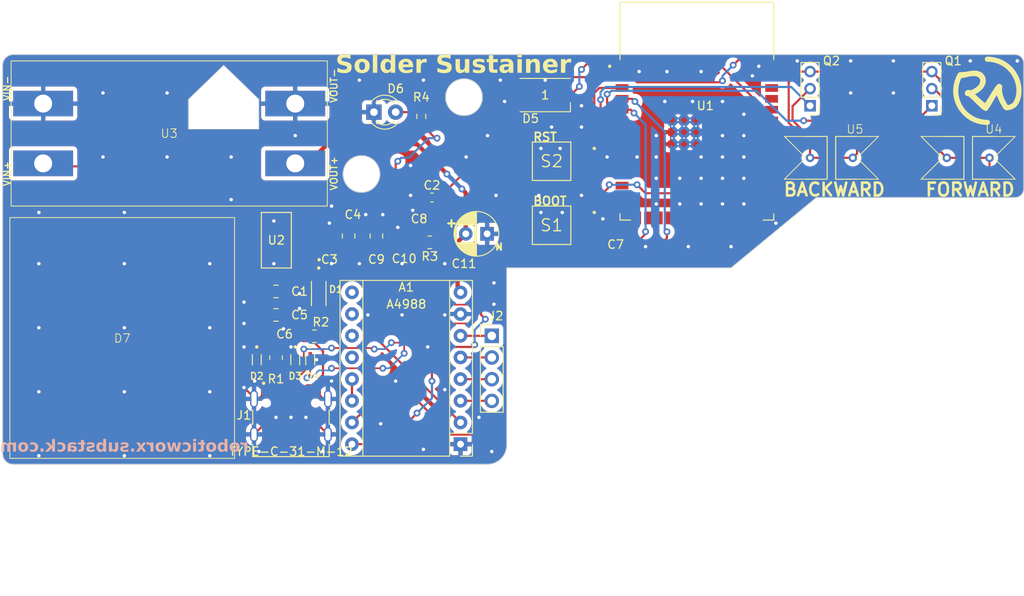
<source format=kicad_pcb>
(kicad_pcb (version 20221018) (generator pcbnew)
  (layers (0 "F.Cu" signal) (31 "B.Cu" signal) (34 "B.Paste" user) (35 "F.Paste" user) (36 "B.SilkS" user "B.Silkscreen") (37 "F.SilkS" user "F.Silkscreen") (38 "B.Mask" user) (39 "F.Mask" user) (44 "Edge.Cuts" user))
  (net 0 "")
  (net 1 "GND")
  (net 2 "VCC_5V")
  (net 3 "Net-(A1-1B)")
  (net 4 "Net-(A1-1A)")
  (net 5 "Net-(A1-2A)")
  (net 6 "Net-(A1-2B)")
  (net 7 "VMOT")
  (net 12 "Net-(A1-~{RESET})")
  (net 13 "STEP")
  (net 14 "DIR")
  (net 15 "CHIP_PU")
  (net 16 "ESP_3V3")
  (net 17 "GPIO0")
  (net 18 "Net-(D1-PadA)")
  (net 19 "D-")
  (net 20 "D+")
  (net 22 "SK6812")
  (net 23 "Net-(D6-A)")
  (net 24 "/CC1")
  (net 27 "/CC2")
  (net 28 "F_STATE")
  (net 29 "F_LOW")
  (net 30 "B_STATE")
  (net 31 "B_LOW")
  (footprint "Connector_PinHeader_2.00mm:PinHeader_1x03_P2.00mm_Vertical" (layer "F.Cu") (at 215.25 56.5 180)
    (fp_text reference "Q2")
    (fp_text value "2N2222" hide)
  )
  (footprint "Capacitor_SMD:C_0805_2012Metric_Pad1.18x1.45mm_HandSolder" (layer "F.Cu") (at 152.75 81)
    (fp_text reference "C5")
    (fp_text value "10uF/25V" hide)
  )
  (footprint "MyParts:RoboticWorx Logo 8x8mm" (layer "F.Cu") (at 236 54.75)
    (fp_text reference "G***" hide)
    (fp_text value "LOGO" hide)
  )
  (footprint "Capacitor_SMD:C_0603_1608Metric_Pad1.08x0.95mm_HandSolder" (layer "F.Cu") (at 171 67.25)
    (fp_text reference "C2")
    (fp_text value "1uF/16V" hide)
  )
  (footprint "MyParts:XCVR_ESP32-S3-WROOM-1-N16R2" (layer "F.Cu") (at 202 57.14)
    (fp_text reference "U1")
    (fp_text value "ESP32-S3-WROOM-1-N16R2" hide)
  )
  (footprint "LED_THT:LED_D3.0mm" (layer "F.Cu") (at 164.21 57.25)
    (fp_text reference "D6")
    (fp_text value "LED" hide)
  )
  (footprint "Connector_PinHeader_2.54mm:PinHeader_1x04_P2.54mm_Vertical" (layer "F.Cu") (at 178 83.45)
    (fp_text reference "J2")
    (fp_text value "Conn_01x04_Pin" hide)
  )
  (footprint "MyParts:Touch Sensor" (layer "F.Cu") (at 217.75 60.1)
    (fp_text reference "U5")
    (fp_text value "~" hide)
  )
  (footprint "Capacitor_SMD:C_0805_2012Metric_Pad1.18x1.45mm_HandSolder" (layer "F.Cu") (at 161.25 71.75 90)
    (fp_text reference "C4")
    (fp_text value "10uF/25V" hide)
  )
  (footprint "Capacitor_SMD:C_0201_0603Metric_Pad0.64x0.40mm_HandSolder" (layer "F.Cu") (at 158.75 72.75 90)
    (fp_text reference "C3")
    (fp_text value "0u1F/50V" hide)
  )
  (footprint "Capacitor_SMD:C_0201_0603Metric_Pad0.64x0.40mm_HandSolder" (layer "F.Cu") (at 171.5 69.75 180)
    (fp_text reference "C8")
    (fp_text value "0u1F/50V" hide)
  )
  (footprint "Capacitor_THT:CP_Radial_D5.0mm_P2.50mm" (layer "F.Cu") (at 177.455113 71.5 180)
    (fp_text reference "C11")
    (fp_text value "100µF")
  )
  (footprint "MyParts:AMS1117-3.3" (layer "F.Cu") (at 152.7875 72.25 180)
    (fp_text reference "U2")
    (fp_text value "AMS1117-3.3" hide)
  )
  (footprint "Resistor_SMD:R_0805_2012Metric_Pad1.20x1.40mm_HandSolder" (layer "F.Cu") (at 157.25 83.5)
    (fp_text reference "R2")
    (fp_text value "5k1" hide)
  )
  (footprint "Module:Pololu_Breakout-16_15.2x20.3mm" (layer "F.Cu") (at 174.34 96.14 180)
    (fp_text reference "A1")
    (fp_text value "Pololu_Breakout_A4988" hide)
  )
  (footprint "Connector_PinHeader_2.00mm:PinHeader_1x03_P2.00mm_Vertical" (layer "F.Cu") (at 229.5 56.5 180)
    (fp_text reference "Q1")
    (fp_text value "2N2222" hide)
  )
  (footprint "Capacitor_SMD:C_0201_0603Metric_Pad0.64x0.40mm_HandSolder" (layer "F.Cu") (at 191 72.0925 90)
    (fp_text reference "C7")
    (fp_text value "0u1F/50V" hide)
  )
  (footprint "MyParts:TVS_LESD5D5.0CT1G" (layer "F.Cu") (at 156.75 86.25 -90)
    (fp_text reference "D4")
    (fp_text value "LESD5D5.0CT1G")
  )
  (footprint "Resistor_SMD:R_0603_1608Metric_Pad0.98x0.95mm_HandSolder" (layer "F.Cu") (at 169.75 57.75 90)
    (fp_text reference "R4")
    (fp_text value "165" hide)
  )
  (footprint "MyParts:TVS_LESD5D5.0CT1G" (layer "F.Cu") (at 155 86.25 -90)
    (fp_text reference "D3")
    (fp_text value "LESD5D5.0CT1G")
  )
  (footprint "MyParts:SW_TL3305BF260QG" (layer "F.Cu") (at 185 63 180)
    (fp_text reference "S2")
    (fp_text value "TL3305BF260QG/RST" hide)
  )
  (footprint "Capacitor_SMD:C_0201_0603Metric_Pad0.64x0.40mm_HandSolder" (layer "F.Cu") (at 167 72.75 90)
    (fp_text reference "C10")
    (fp_text value "0u1F/50V" hide)
  )
  (footprint "MyParts:SW_TL3305BF260QG" (layer "F.Cu") (at 185 70.5 180)
    (fp_text reference "S1")
    (fp_text value "TL3305BF260QG/BOOT" hide)
  )
  (footprint "Capacitor_SMD:C_0201_0603Metric_Pad0.64x0.40mm_HandSolder" (layer "F.Cu") (at 152 83.25)
    (fp_text reference "C6")
    (fp_text value "0u1F/50V" hide)
  )
  (footprint "Capacitor_SMD:C_0805_2012Metric_Pad1.18x1.45mm_HandSolder" (layer "F.Cu") (at 152.75 78.25)
    (fp_text reference "C1")
    (fp_text value "10uF/25V" hide)
  )
  (footprint "MyParts:TVS_LESD5D5.0CT1G" (layer "F.Cu") (at 150.5 86.25 -90)
    (fp_text reference "D2")
    (fp_text value "LESD5D5.0CT1G")
  )
  (footprint "Capacitor_SMD:C_0805_2012Metric_Pad1.18x1.45mm_HandSolder" (layer "F.Cu") (at 164.5 71.75 90)
    (fp_text reference "C9")
    (fp_text value "10uF/25V" hide)
  )
  (footprint "MyParts:Outlet Rectifier" (layer "F.Cu") (at 134.75 83.7)
    (fp_text reference "D7")
    (fp_text value "Apple Block")
  )
  (footprint "Resistor_SMD:R_0805_2012Metric_Pad1.20x1.40mm_HandSolder" (layer "F.Cu") (at 152.75 86 90)
    (fp_text reference "R1")
    (fp_text value "5k1" hide)
  )
  (footprint "MyParts:HRO_TYPE-C-31-M-12" (layer "F.Cu") (at 154.5 95)
    (fp_text reference "J1")
    (fp_text value "TYPE-C-31-M-12")
  )
  (footprint "Resistor_SMD:R_0805_2012Metric_Pad1.20x1.40mm_HandSolder" (layer "F.Cu") (at 170.75 72.5 180)
    (fp_text reference "R3")
    (fp_text value "10k" hide)
  )
  (footprint "MyParts:SOD3715X145N" (layer "F.Cu") (at 157.75 78.5 -90)
    (fp_text reference "D1")
    (fp_text value "1N5819HW-7-F" hide)
  )
  (footprint "MyParts:Touch Sensor" (layer "F.Cu") (at 233.75 60.1)
    (fp_text reference "U4")
    (fp_text value "~" hide)
  )
  (footprint "LED_SMD:LED_SK6812MINI_PLCC4_3.5x3.5mm_P1.75mm" (layer "F.Cu") (at 184.25 55.25)
    (fp_text reference "D5")
    (fp_text value "SK6812MINI" hide)
  )
  (footprint "MyParts:MT3608 Breakout" (layer "F.Cu") (at 140.25 59.75 90)
    (fp_text reference "U3")
    (fp_text value "MT3608")
    (fp_line (start 0.5 2.25) (end 4 2.25) (stroke (width 0.05)) (layer "Edge.Cuts"))
    (fp_line (start 0.5 10.5) (end 0.5 2.25) (stroke (width 0.05)) (layer "Edge.Cuts"))
    (fp_line (start 0.5 10.5) (end 4 10.5) (stroke (width 0.05)) (layer "Edge.Cuts"))
    (fp_line (start 4 2.25) (end 8 6.375) (stroke (width 0.05)) (layer "Edge.Cuts"))
    (fp_line (start 8 6.375) (end 4 10.5) (stroke (width 0.05)) (layer "Edge.Cuts"))
  )
  (gr_line (start 216 67.25) (end 206 75.5) (stroke (width 0.1)) (layer "Edge.Cuts"))
  (gr_arc (start 120.75 51.75) (mid 121.116117 50.866117) (end 122 50.5) (stroke (width 0.1)) (layer "Edge.Cuts"))
  (gr_line (start 239.25 67.25) (end 216 67.25) (stroke (width 0.1)) (layer "Edge.Cuts"))
  (gr_line (start 179.75 75.5) (end 206 75.5) (stroke (width 0.1)) (layer "Edge.Cuts"))
  (gr_arc (start 239.25 50.5) (mid 239.957107 50.792893) (end 240.25 51.5) (stroke (width 0.1)) (layer "Edge.Cuts"))
  (gr_circle (center 162.75 64.5) (end 164.9 64.5) (stroke (width 0.1)) (fill none) (layer "Edge.Cuts"))
  (gr_arc (start 240.25 66.25) (mid 239.957107 66.957107) (end 239.25 67.25) (stroke (width 0.1)) (layer "Edge.Cuts"))
  (gr_line (start 179.75 96.25) (end 179.75 75.5) (stroke (width 0.1)) (layer "Edge.Cuts"))
  (gr_line (start 240.25 66.25) (end 240.25 51.5) (stroke (width 0.1)) (layer "Edge.Cuts"))
  (gr_arc (start 122 98.5) (mid 121.116116 98.133884) (end 120.75 97.25) (stroke (width 0.1)) (layer "Edge.Cuts"))
  (gr_arc (start 179.75 96.25) (mid 179.09099 97.84099) (end 177.5 98.5) (stroke (width 0.1)) (layer "Edge.Cuts"))
  (gr_line (start 122 98.5) (end 177.5 98.5) (stroke (width 0.1)) (layer "Edge.Cuts"))
  (gr_line (start 239.25 50.5) (end 122 50.5) (stroke (width 0.1)) (layer "Edge.Cuts"))
  (gr_circle (center 174.75 55.5) (end 176.9 55.5) (stroke (width 0.1)) (fill none) (layer "Edge.Cuts"))
  (gr_line (start 120.75 51.75) (end 120.75 97.25) (stroke (width 0.1)) (layer "Edge.Cuts"))
  (gr_text "roboticworx.substack.com" (at 135 97.25) (layer "B.SilkS") (effects (font (size 1.4 1.4) (thickness 0.35) bold) (justify bottom mirror)))
  (gr_text "RST" (at 182.75 60.75) (layer "F.SilkS") (effects (font (size 1 1) (thickness 0.2) bold) (justify left bottom)))
  (gr_text "BOOT" (at 182.75 68.25) (layer "F.SilkS") (effects (font (size 1 1) (thickness 0.2) bold) (justify left bottom)))
  (gr_text "BACKWARD" (at 212 67.2) (layer "F.SilkS") (effects (font (size 1.5 1.5) (thickness 0.3) bold) (justify left bottom)))
  (gr_text "Solder Sustainer" (at 173.5 53) (layer "F.SilkS") (effects (font (size 2.1 2.1) (thickness 0.42) bold) (justify bottom)))
  (gr_text "+" (at 172.5 70.8) (layer "F.SilkS") (effects (font (size 1 1) (thickness 0.25) bold) (justify left bottom)))
  (gr_text "FORWARD" (at 228.6 67.2) (layer "F.SilkS") (effects (font (size 1.5 1.5) (thickness 0.3) bold) (justify left bottom)))
  (gr_text "A4988" (at 168 79.75) (layer "F.SilkS") (effects (font (size 1 1))))
  (gr_text "N" (at 178.3 73.5) (layer "F.SilkS") (effects (font (size 0.8 0.8) (thickness 0.2) bold) (justify left bottom)))
  (segment (start 158.75 72.3425) (end 158.75 70.5) (width 0.25) (layer "F.Cu") (net 1))
  (segment (start 172.5 81) (end 174.24 81) (width 0.25) (layer "F.Cu") (net 1))
  (segment (start 153.75 84.75) (end 153.5 85) (width 0.25) (layer "F.Cu") (net 1))
  (segment (start 158.825 89.175) (end 158.825 90.83) (width 0.25) (layer "F.Cu") (net 1))
  (segment (start 154.5 84.75) (end 155 85.25) (width 0.25) (layer "F.Cu") (net 1))
  (segment (start 163.25 69.25) (end 161.7875 70.7125) (width 0.25) (layer "F.Cu") (net 1))
  (segment (start 154.5 84.75) (end 153.75 84.75) (width 0.25) (layer "F.Cu") (net 1))
  (segment (start 170.1375 67.25) (end 168.75 67.25) (width 0.25) (layer "F.Cu") (net 1))
  (segment (start 169.5 69.75) (end 168.75 68.75) (width 0.25) (layer "F.Cu") (net 1))
  (segment (start 155 85.25) (end 155 85.59) (width 0.25) (layer "F.Cu") (net 1))
  (segment (start 158.79 74.54) (end 156.1325 74.54) (width 0.25) (layer "F.Cu") (net 1))
  (segment (start 161.7875 70.7125) (end 161.25 70.7125) (width 0.25) (layer "F.Cu") (net 1))
  (segment (start 153 83.25) (end 152.4075 83.25) (width 0.25) (layer "F.Cu") (net 1))
  (segment (start 156.825 93) (end 156.25 93) (width 0.25) (layer "F.Cu") (net 1))
  (segment (start 174.24 81) (end 174.34 80.9) (width 0.25) (layer "F.Cu") (net 1))
  (segment (start 154.75 81) (end 155.5 80.25) (width 0.25) (layer "F.Cu") (net 1))
  (segment (start 179.5 56) (end 179.625 56.125) (width 0.25) (layer "F.Cu") (net 1))
  (segment (start 168.75 68.75) (end 168.75 69) (width 0.25) (layer "F.Cu") (net 1))
  (segment (start 151.3 90.25) (end 151.3 89.8) (width 0.25) (layer "F.Cu") (net 1))
  (segment (start 153.7875 81) (end 154.75 81) (width 0.25) (layer "F.Cu") (net 1))
  (segment (start 158.825 95) (end 156.825 93) (width 0.25) (layer "F.Cu") (net 1))
  (segment (start 158.825 95) (end 150.175 95) (width 0.25) (layer "F.Cu") (net 1))
  (segment (start 151.3 89.8) (end 150.25 88.75) (width 0.25) (layer "F.Cu") (net 1))
  (segment (start 158.825 95) (end 158.825 90.83) (width 0.25) (layer "F.Cu") (net 1))
  (segment (start 163.25 69.25) (end 163 69.25) (width 0.25) (layer "F.Cu") (net 1))
  (segment (start 150.175 90.675) (end 149 89.5) (width 0.25) (layer "F.Cu") (net 1))
  (segment (start 188.6 69) (end 181.4 69) (width 0.25) (layer "F.Cu") (net 1))
  (segment (start 152.175 93) (end 152.75 93) (width 0.25) (layer "F.Cu") (net 1))
  (segment (start 149 84.75) (end 149.66 84.75) (width 0.25) (layer "F.Cu") (net 1))
  (segment (start 150.175 95) (end 152.175 93) (width 0.25) (layer "F.Cu") (net 1))
  (segment (start 164.5 70.7125) (end 164.5 70) (width 0.25) (layer "F.Cu") (net 1))
  (segment (start 156.75 85.59) (end 156.84 85.59) (width 0.25) (layer "F.Cu") (net 1))
  (segment (start 186 61.5) (end 188.6 61.5) (width 0.25) (layer "F.Cu") (net 1))
  (segment (start 158.28 90.83) (end 157.7 90.25) (width 0.25) (layer "F.Cu") (net 1))
  (segment (start 158.825 90.83) (end 158.28 90.83) (width 0.25) (layer "F.Cu") (net 1))
  (segment (start 159.25 88.75) (end 158.825 89.175) (width 0.25) (layer "F.Cu") (net 1))
  (segment (start 156.84 85.59) (end 157.5 86.25) (width 0.25) (layer "F.Cu") (net 1))
  (segment (start 155.25 78.25) (end 155.5 78.5) (width 0.25) (layer "F.Cu") (net 1))
  (segment (start 171.0925 69.75) (end 169.5 69.75) (width 0.25) (layer "F.Cu") (net 1))
  (segment (start 158.75 70.5) (end 159 70.25) (width 0.25) (layer "F.Cu") (net 1))
  (segment (start 167 72.3425) (end 167 70.75) (width 0.25) (layer "F.Cu") (net 1))
  (segment (start 183.75 61.5) (end 181.4 61.5) (width 0.25) (layer "F.Cu") (net 1))
  (segment (start 168.75 67.25) (end 168.5 67) (width 0.25) (layer "F.Cu") (net 1))
  (segment (start 159.25 75) (end 158.79 74.54) (width 0.25) (layer "F.Cu") (net 1))
  (segment (start 150.72 90.83) (end 151.3 90.25) (width 0.25) (layer "F.Cu") (net 1))
  (segment (start 153.7875 78.25) (end 155.25 78.25) (width 0.25) (layer "F.Cu") (net 1))
  (segment (start 209.25 51.88) (end 210.75 51.88) (width 0.25) (layer "F.Cu") (net 1))
  (segment (start 150.175 95) (end 150.175 90.83) (width 0.25) (layer "F.Cu") (net 1))
  (segment (start 181.4 61.5) (end 188.6 61.5) (width 0.25) (layer "F.Cu") (net 1))
  (segment (start 153.625 82.625) (end 153 83.25) (width 0.25) (layer "F.Cu") (net 1))
  (segment (start 149.66 84.75) (end 150.5 85.59) (width 0.25) (layer "F.Cu") (net 1))
  (segment (start 150.175 90.83) (end 150.175 90.675) (width 0.25) (layer "F.Cu") (net 1))
  (segment (start 153.5 85) (end 152.75 85) (width 0.25) (layer "F.Cu") (net 1))
  (segment (start 150.175 90.83) (end 150.72 90.83) (width 0.25) (layer "F.Cu") (net 1))
  (segment (start 195.25 52.5) (end 194.63 51.88) (width 0.25) (layer "F.Cu") (net 1))
  (segment (start 179.625 56.125) (end 182.5 56.125) (width 0.25) (layer "F.Cu") (net 1))
  (segment (start 194.63 51.88) (end 193.25 51.88) (width 0.25) (layer "F.Cu") (net 1))
  (segment (start 164.5 70) (end 165.25 69.25) (width 0.25) (layer "F.Cu") (net 1))
  (segment (start 191 71.685) (end 191 69.75) (width 0.25) (layer "F.Cu") (net 1))
  (via (at 150.75 97) (size 0.8) (drill 0.4) (layers "F.Cu" "B.Cu") (net 1))
  (via (at 188.5 59) (size 0.8) (drill 0.4) (layers "F.Cu" "B.Cu") (net 1))
  (via (at 162.5 53.5) (size 0.8) (drill 0.4) (layers "F.Cu" "B.Cu") (net 1))
  (via (at 165 93.75) (size 0.8) (drill 0.4) (layers "F.Cu" "B.Cu") (net 1))
  (via (at 135 69) (size 0.8) (drill 0.4) (layers "F.Cu" "B.Cu") (net 1))
  (via (at 152.5 70) (size 0.8) (drill 0.4) (layers "F.Cu" "B.Cu") (net 1))
  (via (at 168.5 67) (size 0.8) (drill 0.4) (layers "F.Cu" "B.Cu") (net 1))
  (via (at 149 79.5) (size 0.8) (drill 0.4) (layers "F.Cu" "B.Cu") (net 1))
  (via (at 202.5 52.5) (size 0.8) (drill 0.4) (layers "F.Cu" "B.Cu") (net 1))
  (via (at 186.25 69) (size 0.8) (drill 0.4) (layers "F.Cu" "B.Cu") (net 1))
  (via (at 172.5 81) (size 0.8) (drill 0.4) (layers "F.Cu" "B.Cu") (net 1))
  (via (at 156.25 93) (size 0.8) (drill 0.4) (layers "F.Cu" "B.Cu") (net 1))
  (via (at 220 51.25) (size 0.8) (drill 0.4) (layers "F.Cu" "B.Cu") (net 1))
  (via (at 135 75) (size 0.8) (drill 0.4) (layers "F.Cu" "B.Cu") (net 1))
  (via (at 211.25 70.25) (size 0.8) (drill 0.4) (layers "F.Cu" "B.Cu") (net 1))
  (via (at 179 53.5) (size 0.8) (drill 0.4) (layers "F.Cu" "B.Cu") (net 1))
  (via (at 154.5 93) (size 0.8) (drill 0.4) (layers "F.Cu" "B.Cu") (net 1))
  (via (at 149 89.5) (size 0.8) (drill 0.4) (layers "F.Cu" "B.Cu") (net 1))
  (via (at 159.25 88.75) (size 0.8) (drill 0.4) (layers "F.Cu" "B.Cu") (net 1))
  (via (at 207.5 57.5) (size 0.8) (drill 0.4) (layers "F.Cu" "B.Cu") (net 1))
  (via (at 225 55) (size 0.8) (drill 0.4) (layers "F.Cu" "B.Cu") (net 1))
  (via (at 178.25 79.75) (size 0.8) (drill 0.4) (layers "F.Cu" "B.Cu") (net 1))
  (via (at 125 75) (size 0.8) (drill 0.4) (layers "F.Cu" "B.Cu") (net 1))
  (via (at 186 61.5) (size 0.8) (drill 0.4) (layers "F.Cu" "B.Cu") (net 1))
  (via (at 185 59) (size 0.8) (drill 0.4) (layers "F.Cu" "B.Cu") (net 1))
  (via (at 177.5 60) (size 0.8) (drill 0.4) (layers "F.Cu" "B.Cu") (net 1))
  (via (at 168.5 63.5) (size 0.8) (drill 0.4) (layers "F.Cu" "B.Cu") (net 1))
  (via (at 183.5 67) (size 0.8) (drill 0.4) (layers "F.Cu" "B.Cu") (net 1))
  (via (at 149 82) (size 0.8) (drill 0.4) (layers "F.Cu" "B.Cu") (net 1))
  (via (at 198.5 52.5) (size 0.8) (drill 0.4) (layers "F.Cu" "B.Cu") (net 1))
  (via (at 166.75 88.75) (size 0.8) (drill 0.4) (layers "F.Cu" "B.Cu") (net 1))
  (via (at 152.75 93) (size 0.8) (drill 0.4) (layers "F.Cu" "B.Cu") (net 1))
  (via (at 167 70.75) (size 0.8) (drill 0.4) (layers "F.Cu" "B.Cu") (net 1))
  (via (at 147.5 62.5) (size 0.8) (drill 0.4) (layers "F.Cu" "B.Cu") (net 1))
  (via (at 239.5 51.25) (size 0.8) (drill 0.4) (layers "F.Cu" "B.Cu") (net 1))
  (via (at 159 70.25) (size 0.8) (drill 0.4) (layers "F.Cu" "B.Cu") (net 1))
  (via (at 163.5 81) (size 0.8) (drill 0.4) (layers "F.Cu" "B.Cu") (net 1))
  (via (at 197.25 68) (size 0.8) (drill 0.4) (layers "F.Cu" "B.Cu") (net 1))
  (via (at 125 97.5) (size 0.8) (drill 0.4) (layers "F.Cu" "B.Cu") (net 1))
  (via (at 200 65) (size 0.8) (drill 0.4) (layers "F.Cu" "B.Cu") (net 1))
  (via (at 202.5 65) (size 0.8) (drill 0.4) (layers "F.Cu" "B.Cu") (net 1))
  (via (at 201 73) (size 0.8) (drill 0.4) (layers "F.Cu" "B.Cu") (net 1))
  (via (at 209.25 51.88) (size 0.8) (drill 0.4) (layers "F.Cu" "B.Cu") (net 1))
  (via (at 135 97.5) (size 0.8) (drill 0.4) (layers "F.Cu" "B.Cu") (net 1))
  (via (at 170 96.75) (size 0.8) (drill 0.4) (layers "F.Cu" "B.Cu") (net 1))
  (via (at 168.75 68.75) (size 0.8) (drill 0.4) (layers "F.Cu" "B.Cu") (net 1))
  (via (at 207.5 65) (size 0.8) (drill 0.4) (layers "F.Cu" "B.Cu") (net 1))
  (via (at 145 82.5) (size 0.8) (drill 0.4) (layers "F.Cu" "B.Cu") (net 1))
  (via (at 170 53.5) (size 0.8) (drill 0.4) (layers "F.Cu" "B.Cu") (net 1))
  (via (at 154.5 84.75) (size 0.8) (drill 0.4) (layers "F.Cu" "B.Cu") (net 1))
  (via (at 159.25 75) (size 0.8) (drill 0.4) (layers "F.Cu" "B.Cu") (net 1))
  (via (at 197.25 60) (size 0.8) (drill 0.4) (layers "F.Cu" "B.Cu") (net 1))
  (via (at 145 75) (size 0.8) (drill 0.4) (layers "F.Cu" "B.Cu") (net 1))
  (via (at 175 62.5) (size 0.8) (drill 0.4) (layers "F.Cu" "B.Cu") (net 1))
  (via (at 220 55) (size 0.8) (drill 0.4) (layers "F.Cu" "B.Cu") (net 1))
  (via (at 225 51.25) (size 0.8) (drill 0.4) (layers "F.Cu" "B.Cu") (net 1))
  (via (at 163.25 69.25) (size 0.8) (drill 0.4) (layers "F.Cu" "B.Cu") (net 1))
  (via (at 207.5 62.5) (size 0.8) (drill 0.4) (layers "F.Cu" "B.Cu") (net 1))
  (via (at 178.25 77.25) (size 0.8) (drill 0.4) (layers "F.Cu" "B.Cu") (net 1))
  (via (at 195 62.5) (size 0.8) (drill 0.4) (layers "F.Cu" "B.Cu") (net 1))
  (via (at 135 90) (size 0.8) (drill 0.4) (layers "F.Cu" "B.Cu") (net 1))
  (via (at 183.75 61.5) (size 0.8) (drill 0.4) (layers "F.Cu" "B.Cu") (net 1))
  (via (at 125 90) (size 0.8) (drill 0.4) (layers "F.Cu" "B.Cu") (net 1))
  (via (at 152.5 75) (size 0.8) (drill 0.4) (layers "F.Cu" "B.Cu") (net 1))
  (via (at 155 60) (size 0.8) (drill 0.4) (layers "F.Cu" "B.Cu") (net 1))
  (via (at 159.25 68.25) (size 0.8) (drill 0.4) (layers "F.Cu" "B.Cu") (net 1))
  (via (at 234 51.25) (size 0.8) (drill 0.4) (layers "F.Cu" "B.Cu") (net 1))
  (via (at 178.5 67) (size 0.8) (drill 0.4) (layers "F.Cu" "B.Cu") (net 1))
  (via (at 167.5 75) (size 0.8) (drill 0.4) (layers "F.Cu" "B.Cu") (net 1))
  (via (at 191 69.75) (size 0.8) (drill 0.4) (layers "F.Cu" "B.Cu") (net 1))
  (via (at 198.25 56) (size 0.8) (drill 0.4) (layers "F.Cu" "B.Cu") (net 1))
  (via (at 132.5 62.5) (size 0.8) (drill 0.4) (layers "F.Cu" "B.Cu") (net 1))
  (via (at 140 55) (size 0.8) (drill 0.4) (layers "F.Cu" "B.Cu") (net 1))
  (via (at 205 56) (size 0.8) (drill 0.4) (layers "F.Cu" "B.Cu") (net 1))
  (via (at 188.5 67) (size 0.8) (drill 0.4) (layers "F.Cu" "B.Cu") (net 1))
  (via (at 125 69) (size 0.8) (drill 0.4) (layers "F.Cu" "B.Cu") (net 1))
  (via (at 149 84.75) (size 0.8) (drill 0.4) (layers "F.Cu" "B.Cu") (net 1))
  (via (at 202.5 68) (size 0.8) (drill 0.4) (layers "F.Cu" "B.Cu") (net 1))
  (via (at 200 68) (size 0.8) (drill 0.4) (layers "F.Cu" "B.Cu") (net 1))
  (via (at 145 97.5) (size 0.8) (drill 0.4) (layers "F.Cu" "B.Cu") (net 1))
  (via (at 202.5 62.5) (size 0.8) (drill 0.4) (layers "F.Cu" "B.Cu") (net 1))
  (via (at 207.5 68) (size 0.8) (drill 0.4) (layers "F.Cu" "B.Cu") (net 1))
  (via (at 201.5 56) (size 0.8) (drill 0.4) (layers "F.Cu" "B.Cu") (net 1))
  (via (at 197.25 65) (size 0.8) (drill 0.4) (layers "F.Cu" "B.Cu") (net 1))
  (via (at 132.5 55) (size 0.8) (drill 0.4) (layers "F.Cu" "B.Cu") (net 1))
  (via (at 176.5 93) (size 0.8) (drill 0.4) (layers "F.Cu" "B.Cu") (net 1))
  (via (at 197.25 62.5) (size 0.8) (drill 0.4) (layers "F.Cu" "B.Cu") (net 1))
  (via (at 208.5 53) (size 0.8) (drill 0.4) (layers "F.Cu" "B.Cu") (net 1))
  (via (at 195.25 52.5) (size 0.8) (drill 0.4) (layers "F.Cu" "B.Cu") (net 1))
  (via (at 178 97) (size 0.8) (drill 0.4) (layers "F.Cu" "B.Cu") (net 1))
  (via (at 205 65) (size 0.8) (drill 0.4) (layers "F.Cu" "B.Cu") (net 1))
  (via (at 179.5 56) (size 0.8) (drill 0.4) (layers "F.Cu" "B.Cu") (net 1))
  (via (at 183.75 69) (size 0.8) (drill 0.4) (layers "F.Cu" "B.Cu") (net 1))
  (via (at 213.75 51.25) (size 0.8) (drill 0.4) (layers "F.Cu" "B.Cu") (net 1))
  (via (at 157.5 86.25) (size 0.8) (drill 0.4) (layers "F.Cu" "B.Cu") (net 1))
  (via (at 188.5 56.5) (size 0.8) (drill 0.4) (layers "F.Cu" "B.Cu") (net 1))
  (via (at 184.25 53.5) (size 0.8) (drill 0.4) (layers "F.Cu" "B.Cu") (net 1))
  (via (at 140 62.5) (size 0.8) (drill 0.4) (layers "F.Cu" "B.Cu") (net 1))
  (via (at 147.5 67.5) (size 0.8) (drill 0.4) (layers "F.Cu" "B.Cu") (net 1))
  (via (at 155.5 80.25) (size 0.8) (drill 0.4) (layers "F.Cu" "B.Cu") (net 1))
  (via (at 205 60) (size 0.8) (drill 0.4) (layers "F.Cu" "B.Cu") (net 1))
  (via (at 162.5 75) (size 0.8) (drill 0.4) (layers "F.Cu" "B.Cu") (net 1))
  (via (at 206 73) (size 0.8) (drill 0.4) (layers "F.Cu" "B.Cu") (net 1))
  (via (at 145 90) (size 0.8) (drill 0.4) (layers "F.Cu" "B.Cu") (net 1))
  (via (at 196 73) (size 0.8) (drill 0.4) (layers "F.Cu" "B.Cu") (net 1))
  (via (at 155.5 78.5) (size 0.8) (drill 0.4) (layers "F.Cu" "B.Cu") (net 1))
  (via (at 205 62.5) (size 0.8) (drill 0.4) (layers "F.Cu" "B.Cu") (net 1))
  (via (at 172.5 89.75) (size 0.8) (drill 0.4) (layers "F.Cu" "B.Cu") (net 1))
  (via (at 170.5 84.75) (size 0.8) (drill 0.4) (layers "F.Cu" "B.Cu") (net 1))
  (via (at 125 82.5) (size 0.8) (drill 0.4) (layers "F.Cu" "B.Cu") (net 1))
  (via (at 135 82.5) (size 0.8) (drill 0.4) (layers "F.Cu" "B.Cu") (net 1))
  (via (at 153.625 82.625) (size 0.8) (drill 0.4) (layers "F.Cu" "B.Cu") (net 1))
  (via (at 172.5 75) (size 0.8) (drill 0.4) (layers "F.Cu" "B.Cu") (net 1))
  (via (at 207.5 60) (size 0.8) (drill 0.4) (layers "F.Cu" "B.Cu") (net 1))
  (via (at 205 68) (size 0.8) (drill 0.4) (layers "F.Cu" "B.Cu") (net 1))
  (via (at 191.5 62.5) (size 0.8) (drill 0.4) (layers "F.Cu" "B.Cu") (net 1))
  (via (at 167.5 81) (size 0.8) (drill 0.4) (layers "F.Cu" "B.Cu") (net 1))
  (via (at 165.25 69.25) (size 0.8) (drill 0.4) (layers "F.Cu" "B.Cu") (net 1))
  (via (at 150.25 88.75) (size 0.8) (drill 0.4) (layers "F.Cu" "B.Cu") (net 1))
  (via (at 158.25 97) (size 0.8) (drill 0.4) (layers "F.Cu" "B.Cu") (net 1))
  (segment (start 164.75 78.25) (end 163 76.5) (width 0.25) (layer "F.Cu") (net 2))
  (segment (start 153.1425 76.82) (end 157.75 76.82) (width 0.25) (layer "F.Cu") (net 2))
  (segment (start 163 76.5) (end 158.07 76.5) (width 0.25) (layer "F.Cu") (net 2))
  (segment (start 125.5 63.25) (end 125.85 63.6) (width 0.25) (layer "F.Cu") (net 2))
  (segment (start 125.85 63.6) (end 135.6 63.6) (width 0.25) (layer "F.Cu") (net 2))
  (segment (start 150.25 78.25) (end 151.7125 78.25) (width 0.25) (layer "F.Cu") (net 2))
  (segment (start 154.75 75.2125) (end 152.98125 76.98125) (width 0.25) (layer "F.Cu") (net 2))
  (segment (start 154.75 71.3425) (end 154.75 75.2125) (width 0.25) (layer "F.Cu") (net 2))
  (segment (start 158.07 76.5) (end 157.75 76.82) (width 0.25) (layer "F.Cu") (net 2))
  (segment (start 135.6 63.6) (end 150.25 78.25) (width 0.25) (layer "F.Cu") (net 2))
  (segment (start 151.7125 78.25) (end 152.98125 76.98125) (width 0.25) (layer "F.Cu") (net 2))
  (segment (start 152.98125 76.98125) (end 153.1425 76.82) (width 0.25) (layer "F.Cu") (net 2))
  (segment (start 151.7125 81) (end 151.7125 78.25) (width 0.25) (layer "F.Cu") (net 2))
  (segment (start 164.75 84.01) (end 164.75 78.25) (width 0.25) (layer "F.Cu") (net 2))
  (segment (start 174.34 93.6) (end 164.75 84.01) (width 0.25) (layer "F.Cu") (net 2))
  (segment (start 156.1325 69.96) (end 154.75 71.3425) (width 0.25) (layer "F.Cu") (net 2))
  (segment (start 151.5925 83.25) (end 151.5925 81.12) (width 0.25) (layer "F.Cu") (net 2))
  (segment (start 151.5925 81.12) (end 151.7125 81) (width 0.25) (layer "F.Cu") (net 2))
  (segment (start 174.34 91.06) (end 177.99 91.06) (width 0.25) (layer "F.Cu") (net 3))
  (segment (start 177.99 91.06) (end 178 91.07) (width 0.25) (layer "F.Cu") (net 3))
  (segment (start 178 88.53) (end 174.35 88.53) (width 0.25) (layer "F.Cu") (net 4))
  (segment (start 174.35 88.53) (end 174.34 88.52) (width 0.25) (layer "F.Cu") (net 4))
  (segment (start 177.99 85.98) (end 178 85.99) (width 0.25) (layer "F.Cu") (net 5))
  (segment (start 174.34 85.98) (end 177.99 85.98) (width 0.25) (layer "F.Cu") (net 5))
  (segment (start 174.35 83.45) (end 174.34 83.44) (width 0.25) (layer "F.Cu") (net 6))
  (segment (start 178 83.45) (end 174.35 83.45) (width 0.25) (layer "F.Cu") (net 6))
  (segment (start 156.5 63.25) (end 155 63.25) (width 0.5) (layer "F.Cu") (net 7))
  (segment (start 174.955113 71.5) (end 174.955113 66.705113) (width 0.5) (layer "F.Cu") (net 7))
  (segment (start 158.75 61) (end 156.5 63.25) (width 0.5) (layer "F.Cu") (net 7))
  (segment (start 172.75 64.5) (end 169.25 61) (width 0.5) (layer "F.Cu") (net 7))
  (segment (start 174.955113 71.5) (end 174 72.455113) (width 0.5) (layer "F.Cu") (net 7))
  (segment (start 169.25 61) (end 158.75 61) (width 0.5) (layer "F.Cu") (net 7))
  (segment (start 174.955113 66.705113) (end 174.5 66.25) (width 0.5) (layer "F.Cu") (net 7))
  (segment (start 174 78.02) (end 174.34 78.36) (width 0.5) (layer "F.Cu") (net 7))
  (segment (start 174 72.455113) (end 174 78.02) (width 0.5) (layer "F.Cu") (net 7))
  (via (at 174.5 66.25) (size 0.8) (drill 0.4) (layers "F.Cu" "B.Cu") (net 7))
  (via (at 172.75 64.5) (size 0.8) (drill 0.4) (layers "F.Cu" "B.Cu") (net 7))
  (segment (start 174.5 66.25) (end 172.75 64.5) (width 0.5) (layer "B.Cu") (net 7))
  (segment (start 161.64 91.06) (end 161.64 88.52) (width 0.25) (layer "F.Cu") (net 12))
  (segment (start 164.49 90.75) (end 161.64 93.6) (width 0.25) (layer "F.Cu") (net 13))
  (segment (start 179.5 75.25) (end 179.5 92) (width 0.25) (layer "F.Cu") (net 13))
  (segment (start 179.75 75) (end 179.5 75.25) (width 0.25) (layer "F.Cu") (net 13))
  (segment (start 179.5 92) (end 176.485 95.015) (width 0.25) (layer "F.Cu") (net 13))
  (segment (start 194.44 55.69) (end 193.25 55.69) (width 0.25) (layer "F.Cu") (net 13))
  (segment (start 176.485 95.015) (end 173.265 95.015) (width 0.25) (layer "F.Cu") (net 13))
  (segment (start 173.265 95.015) (end 169 90.75) (width 0.25) (layer "F.Cu") (net 13))
  (segment (start 198.5 72) (end 195.5 75) (width 0.25) (layer "F.Cu") (net 13))
  (segment (start 169 90.75) (end 164.49 90.75) (width 0.25) (layer "F.Cu") (net 13))
  (segment (start 195.5 75) (end 179.75 75) (width 0.25) (layer "F.Cu") (net 13))
  (segment (start 194.75 56) (end 194.44 55.69) (width 0.25) (layer "F.Cu") (net 13))
  (segment (start 198.5 71.262299) (end 198.5 72) (width 0.25) (layer "F.Cu") (net 13))
  (via (at 194.75 56) (size 0.8) (drill 0.4) (layers "F.Cu" "B.Cu") (net 13))
  (via (at 198.5 71.262299) (size 0.8) (drill 0.4) (layers "F.Cu" "B.Cu") (net 13))
  (segment (start 198.25 59.5) (end 198.25 71.012299) (width 0.25) (layer "B.Cu") (net 13))
  (segment (start 194.75 56) (end 198.25 59.5) (width 0.25) (layer "B.Cu") (net 13))
  (segment (start 198.25 71.012299) (end 198.5 71.262299) (width 0.25) (layer "B.Cu") (net 13))
  (segment (start 194.25 56.96) (end 193.25 56.96) (width 0.25) (layer "F.Cu") (net 14))
  (segment (start 176.75 81) (end 176.75 76.75) (width 0.25) (layer "F.Cu") (net 14))
  (segment (start 165.61 96.14) (end 161.64 96.14) (width 0.25) (layer "F.Cu") (net 14))
  (segment (start 179.325 74.175) (end 193.325 74.175) (width 0.25) (layer "F.Cu") (net 14))
  (segment (start 177.25 81.5) (end 176.75 81) (width 0.25) (layer "F.Cu") (net 14))
  (segment (start 169.25 92.5) (end 165.61 96.14) (width 0.25) (layer "F.Cu") (net 14))
  (segment (start 175.75 84.75) (end 176 84.5) (width 0.25) (layer "F.Cu") (net 14))
  (segment (start 196 71.5) (end 196 71.25) (width 0.25) (layer "F.Cu") (net 14))
  (segment (start 176.75 76.75) (end 179.325 74.175) (width 0.25) (layer "F.Cu") (net 14))
  (segment (start 171 88.75) (end 171 87.25) (width 0.25) (layer "F.Cu") (net 14))
  (segment (start 173.5 84.75) (end 175.75 84.75) (width 0.25) (layer "F.Cu") (net 14))
  (segment (start 171 87.25) (end 173.5 84.75) (width 0.25) (layer "F.Cu") (net 14))
  (segment (start 194.645 57.355) (end 194.25 56.96) (width 0.25) (layer "F.Cu") (net 14))
  (segment (start 193.325 74.175) (end 196 71.5) (width 0.25) (layer "F.Cu") (net 14))
  (via (at 196 71.25) (size 0.8) (drill 0.4) (layers "F.Cu" "B.Cu") (net 14))
  (via (at 169.25 92.5) (size 0.8) (drill 0.4) (layers "F.Cu" "B.Cu") (net 14))
  (via (at 177.25 81.5) (size 0.8) (drill 0.4) (layers "F.Cu" "B.Cu") (net 14))
  (via (at 194.645 57.355) (size 0.8) (drill 0.4) (layers "F.Cu" "B.Cu") (net 14))
  (via (at 176 84.5) (size 0.8) (drill 0.4) (layers "F.Cu" "B.Cu") (net 14))
  (via (at 171 88.75) (size 0.8) (drill 0.4) (layers "F.Cu" "B.Cu") (net 14))
  (segment (start 196 71.25) (end 196 58.71) (width 0.25) (layer "B.Cu") (net 14))
  (segment (start 177.25 81.5) (end 176 82.75) (width 0.25) (layer "B.Cu") (net 14))
  (segment (start 176 82.75) (end 176 84.5) (width 0.25) (layer "B.Cu") (net 14))
  (segment (start 171 90.75) (end 171 88.75) (width 0.25) (layer "B.Cu") (net 14))
  (segment (start 196 58.71) (end 194.645 57.355) (width 0.25) (layer "B.Cu") (net 14))
  (segment (start 169.25 92.5) (end 171 90.75) (width 0.25) (layer "B.Cu") (net 14))
  (segment (start 188.25 64.5) (end 190 62.75) (width 0.25) (layer "F.Cu") (net 15))
  (segment (start 174.6125 64.5) (end 188.25 64.5) (width 0.25) (layer "F.Cu") (net 15))
  (segment (start 171.9075 69.75) (end 171.9075 67.295) (width 0.25) (layer "F.Cu") (net 15))
  (segment (start 190 62.75) (end 190 55) (width 0.25) (layer "F.Cu") (net 15))
  (segment (start 171.8625 67.25) (end 174.6125 64.5) (width 0.25) (layer "F.Cu") (net 15))
  (segment (start 190 55) (end 190.58 54.42) (width 0.25) (layer "F.Cu") (net 15))
  (segment (start 171.9075 69.75) (end 171.9075 72.3425) (width 0.25) (layer "F.Cu") (net 15))
  (segment (start 171.9075 72.3425) (end 171.75 72.5) (width 0.25) (layer "F.Cu") (net 15))
  (segment (start 171.9075 67.295) (end 171.8625 67.25) (width 0.25) (layer "F.Cu") (net 15))
  (segment (start 190.58 54.42) (end 193.25 54.42) (width 0.25) (layer "F.Cu") (net 15))
  (segment (start 167.761041 72.5) (end 169.75 72.5) (width 0.25) (layer "F.Cu") (net 16))
  (segment (start 167.103541 73.1575) (end 167.761041 72.5) (width 0.25) (layer "F.Cu") (net 16))
  (segment (start 215.25 62.6) (end 217 62.6) (width 0.25) (layer "F.Cu") (net 16))
  (segment (start 217 62.6) (end 217 60.4) (width 0.25) (layer "F.Cu") (net 16))
  (segment (start 230.5 60.636396) (end 231.7 59.436396) (width 0.25) (layer "F.Cu") (net 16))
  (segment (start 212.75 52.03) (end 211.825 51.105) (width 0.25) (layer "F.Cu") (net 16))
  (segment (start 171.6 60.3) (end 171.3875 60.3) (width 0.25) (layer "F.Cu") (net 16))
  (segment (start 230.5 61.85) (end 230.5 60.636396) (width 0.25) (layer "F.Cu") (net 16))
  (segment (start 166.75 63.25) (end 167 63) (width 0.25) (layer "F.Cu") (net 16))
  (segment (start 169.75 72.5) (end 169.75 72) (width 0.25) (layer "F.Cu") (net 16))
  (segment (start 215.25 52.5) (end 229.5 52.5) (width 0.25) (layer "F.Cu") (net 16))
  (segment (start 156.1325 72.25) (end 157.04 73.1575) (width 0.25) (layer "F.Cu") (net 16))
  (segment (start 212.75 53.75) (end 214 52.5) (width 0.25) (layer "F.Cu") (net 16))
  (segment (start 215.25 62.6) (end 215.25 61) (width 0.25) (layer "F.Cu") (net 16))
  (segment (start 181.7125 58.6625) (end 169.75 58.6625) (width 0.25) (layer "F.Cu") (net 16))
  (segment (start 157.04 73.1575) (end 158.75 73.1575) (width 0.25) (layer "F.Cu") (net 16))
  (segment (start 212.75 53.75) (end 212.75 52.03) (width 0.25) (layer "F.Cu") (net 16))
  (segment (start 231.7 59.436396) (end 231.7 54.7) (width 0.25) (layer "F.Cu") (net 16))
  (segment (start 231.7 54.7) (end 229.5 52.5) (width 0.25) (layer "F.Cu") (net 16))
  (segment (start 206.895 51.105) (end 206.25 51.75) (width 0.25) (layer "F.Cu") (net 16))
  (segment (start 204.8255 53.75) (end 195 53.75) (width 0.25) (layer "F.Cu") (net 16))
  (segment (start 233 62.6) (end 233 60.4) (width 0.25) (layer "F.Cu") (net 16))
  (segment (start 164.87 73.1575) (end 167 73.1575) (width 0.25) (layer "F.Cu") (net 16))
  (segment (start 214 52.5) (end 215.25 52.5) (width 0.25) (layer "F.Cu") (net 16))
  (segment (start 169.75 72) (end 166.75 69) (width 0.25) (layer "F.Cu") (net 16))
  (segment (start 217 62.6) (end 217 64.8) (width 0.25) (layer "F.Cu") (net 16))
  (segment (start 231.25 62.6) (end 233 62.6) (width 0.25) (layer "F.Cu") (net 16))
  (segment (start 205 53.5755) (end 204.8255 53.75) (width 0.25) (layer "F.Cu") (net 16))
  (segment (start 187.225 53.15) (end 186 54.375) (width 0.25) (layer "F.Cu") (net 16))
  (segment (start 158.75 73.1575) (end 160.88 73.1575) (width 0.25) (layer "F.Cu") (net 16))
  (segment (start 233 62.6) (end 233 64.8) (width 0.25) (layer "F.Cu") (net 16))
  (segment (start 164.5 72.7875) (end 164.87 73.1575) (width 0.25) (layer "F.Cu") (net 16))
  (segment (start 171.3875 60.3) (end 169.75 58.6625) (width 0.25) (layer "F.Cu") (net 16))
  (segment (start 195 53.75) (end 194.4 53.15) (width 0.25) (layer "F.Cu") (net 16))
  (segment (start 231.25 62.6) (end 230.5 61.85) (width 0.25) (layer "F.Cu") (net 16))
  (segment (start 193.25 53.15) (end 187.225 53.15) (width 0.25) (layer "F.Cu") (net 16))
  (segment (start 186 54.375) (end 181.7125 58.6625) (width 0.25) (layer "F.Cu") (net 16))
  (segment (start 212.75 58.5) (end 212.75 53.75) (width 0.25) (layer "F.Cu") (net 16))
  (segment (start 211.825 51.105) (end 206.895 51.105) (width 0.25) (layer "F.Cu") (net 16))
  (segment (start 161.25 72.7875) (end 164.5 72.7875) (width 0.25) (layer "F.Cu") (net 16))
  (segment (start 160.88 73.1575) (end 161.25 72.7875) (width 0.25) (layer "F.Cu") (net 16))
  (segment (start 194.4 53.15) (end 193.25 53.15) (width 0.25) (layer "F.Cu") (net 16))
  (segment (start 166.75 69) (end 166.75 63.25) (width 0.25) (layer "F.Cu") (net 16))
  (segment (start 215.25 61) (end 212.75 58.5) (width 0.25) (layer "F.Cu") (net 16))
  (segment (start 167 73.1575) (end 167.103541 73.1575) (width 0.25) (layer "F.Cu") (net 16))
  (via (at 206.25 51.75) (size 0.8) (drill 0.4) (layers "F.Cu" "B.Cu") (net 16))
  (via (at 167 63) (size 0.8) (drill 0.4) (layers "F.Cu" "B.Cu") (net 16))
  (via (at 205 53.5755) (size 0.8) (drill 0.4) (layers "F.Cu" "B.Cu") (net 16))
  (via (at 171.6 60.3) (size 0.8) (drill 0.4) (layers "F.Cu" "B.Cu") (net 16))
  (segment (start 205 53.5755) (end 205 53) (width 0.25) (layer "B.Cu") (net 16))
  (segment (start 168.3 62.6) (end 167.4 62.6) (width 0.25) (layer "B.Cu") (net 16))
  (segment (start 171.6 60.3) (end 170.6 60.3) (width 0.25) (layer "B.Cu") (net 16))
  (segment (start 167.4 62.6) (end 167 63) (width 0.25) (layer "B.Cu") (net 16))
  (segment (start 205 53) (end 206.25 51.75) (width 0.25) (layer "B.Cu") (net 16))
  (segment (start 170.6 60.3) (end 168.3 62.6) (width 0.25) (layer "B.Cu") (net 16))
  (segment (start 191 72.5) (end 189.1 72.5) (width 0.25) (layer "F.Cu") (net 17))
  (segment (start 190 67.75) (end 190 70.6) (width 0.25) (layer "F.Cu") (net 17))
  (segment (start 195 65.75) (end 196 66.75) (width 0.25) (layer "F.Cu") (net 17))
  (segment (start 181.4 72) (end 188.6 72) (width 0.25) (layer "F.Cu") (net 17))
  (segment (start 191.75 66) (end 190 67.75) (width 0.25) (layer "F.Cu") (net 17))
  (segment (start 196 66.75) (end 208.11 66.75) (width 0.25) (layer "F.Cu") (net 17))
  (segment (start 190 70.6) (end 188.6 72) (width 0.25) (layer "F.Cu") (net 17))
  (segment (start 191.75 65.75) (end 191.75 66) (width 0.25) (layer "F.Cu") (net 17))
  (segment (start 208.11 66.75) (end 209.75 68.39) (width 0.25) (layer "F.Cu") (net 17))
  (segment (start 209.75 68.39) (end 210.75 68.39) (width 0.25) (layer "F.Cu") (net 17))
  (segment (start 189.1 72.5) (end 188.6 72) (width 0.25) (layer "F.Cu") (net 17))
  (via (at 195 65.75) (size 0.8) (drill 0.4) (layers "F.Cu" "B.Cu") (net 17))
  (via (at 191.75 65.75) (size 0.8) (drill 0.4) (layers "F.Cu" "B.Cu") (net 17))
  (segment (start 195 65.75) (end 191.75 65.75) (width 0.25) (layer "B.Cu") (net 17))
  (segment (start 156.725 90.425) (end 156.725 91.145) (width 0.25) (layer "F.Cu") (net 18))
  (segment (start 150.5 86.91) (end 150.59 86.91) (width 0.25) (layer "F.Cu") (net 18))
  (segment (start 152.1 90.85) (end 152.1 90.25) (width 0.25) (layer "F.Cu") (net 18))
  (segment (start 152.795 91.545) (end 152.1 90.85) (width 0.25) (layer "F.Cu") (net 18))
  (segment (start 152.1 88.51) (end 150.5 86.91) (width 0.25) (layer "F.Cu") (net 18))
  (segment (start 152.1 90.25) (end 152.1 88.51) (width 0.25) (layer "F.Cu") (net 18))
  (segment (start 156.325 91.545) (end 152.795 91.545) (width 0.25) (layer "F.Cu") (net 18))
  (segment (start 152 84) (end 153.93 84) (width 0.25) (layer "F.Cu") (net 18))
  (segment (start 153.93 84) (end 157.75 80.18) (width 0.25) (layer "F.Cu") (net 18))
  (segment (start 156.725 91.145) (end 156.325 91.545) (width 0.25) (layer "F.Cu") (net 18))
  (segment (start 151.5 84.5) (end 152 84) (width 0.25) (layer "F.Cu") (net 18))
  (segment (start 151.5 86) (end 151.5 84.5) (width 0.25) (layer "F.Cu") (net 18))
  (segment (start 156.9 90.25) (end 156.725 90.425) (width 0.25) (layer "F.Cu") (net 18))
  (segment (start 150.59 86.91) (end 151.5 86) (width 0.25) (layer "F.Cu") (net 18))
  (segment (start 175.75 79.25) (end 175.75 76.5) (width 0.2) (layer "F.Cu") (net 19))
  (segment (start 154.75 91.07) (end 154.7 91.12) (width 0.2) (layer "F.Cu") (net 19))
  (segment (start 164.13 84.88) (end 164.25 85) (width 0.2) (layer "F.Cu") (net 19))
  (segment (start 175.2 79.8) (end 175.75 79.25) (width 0.2) (layer "F.Cu") (net 19))
  (segment (start 192 67.42) (end 192.3 67.12) (width 0.2) (layer "F.Cu") (net 19))
  (segment (start 153.75 88.33) (end 155 87.08) (width 0.2) (layer "F.Cu") (net 19))
  (segment (start 175.75 76.5) (end 179 73.25) (width 0.2) (layer "F.Cu") (net 19))
  (segment (start 171.7 79.8) (end 175.2 79.8) (width 0.2) (layer "F.Cu") (net 19))
  (segment (start 154.7 91.12) (end 153.87 91.12) (width 0.2) (layer "F.Cu") (net 19))
  (segment (start 153.87 91.12) (end 153.75 91) (width 0.2) (layer "F.Cu") (net 19))
  (segment (start 179 73.25) (end 191.5 73.25) (width 0.2) (layer "F.Cu") (net 19))
  (segment (start 153.75 91) (end 153.75 90.25) (width 0.2) (layer "F.Cu") (net 19))
  (segment (start 166.25 84.25) (end 167.25 84.25) (width 0.2) (layer "F.Cu") (net 19))
  (segment (start 155 86.91) (end 156 85.91) (width 0.2) (layer "F.Cu") (net 19))
  (segment (start 192 72.75) (end 192 67.42) (width 0.2) (layer "F.Cu") (net 19))
  (segment (start 192.3 67.12) (end 193.25 67.12) (width 0.2) (layer "F.Cu") (net 19))
  (segment (start 156 85.91) (end 156 85) (width 0.2) (layer "F.Cu") (net 19))
  (segment (start 155 87.08) (end 155 86.91) (width 0.2) (layer "F.Cu") (net 19))
  (segment (start 154.75 90.25) (end 154.75 91.07) (width 0.2) (layer "F.Cu") (net 19))
  (segment (start 159.25 84.88) (end 164.13 84.88) (width 0.2) (layer "F.Cu") (net 19))
  (segment (start 167.25 84.25) (end 171.7 79.8) (width 0.2) (layer "F.Cu") (net 19))
  (segment (start 191.5 73.25) (end 192 72.75) (width 0.2) (layer "F.Cu") (net 19))
  (segment (start 153.75 90.25) (end 153.75 88.33) (width 0.2) (layer "F.Cu") (net 19))
  (via (at 166.25 84.25) (size 0.8) (drill 0.4) (layers "F.Cu" "B.Cu") (net 19))
  (via (at 159.25 84.88) (size 0.8) (drill 0.4) (layers "F.Cu" "B.Cu") (net 19))
  (via (at 156 85) (size 0.8) (drill 0.4) (layers "F.Cu" "B.Cu") (net 19))
  (via (at 164.25 85) (size 0.8) (drill 0.4) (layers "F.Cu" "B.Cu") (net 19))
  (segment (start 159.13 85) (end 156 85) (width 0.2) (layer "B.Cu") (net 19))
  (segment (start 159.25 84.88) (end 159.13 85) (width 0.2) (layer "B.Cu") (net 19))
  (segment (start 164.25 85) (end 165.5 85) (width 0.2) (layer "B.Cu") (net 19))
  (segment (start 165.5 85) (end 166.25 84.25) (width 0.2) (layer "B.Cu") (net 19))
  (segment (start 155.25 89.5) (end 155.25 90.25) (width 0.2) (layer "F.Cu") (net 20))
  (segment (start 156.362701 88.362701) (end 156.75 87.975402) (width 0.2) (layer "F.Cu") (net 20))
  (segment (start 154.3 89.38) (end 155.13 89.38) (width 0.2) (layer "F.Cu") (net 20))
  (segment (start 167.75 84.315686) (end 170.065686 82) (width 0.2) (layer "F.Cu") (net 20))
  (segment (start 192.565686 73.75) (end 193.25 73.065686) (width 0.2) (layer "F.Cu") (net 20))
  (segment (start 176.25 81.5) (end 176.25 76.565686) (width 0.2) (layer "F.Cu") (net 20))
  (segment (start 176.25 76.565686) (end 179.065686 73.75) (width 0.2) (layer "F.Cu") (net 20))
  (segment (start 154.25 90.25) (end 154.25 89.43) (width 0.2) (layer "F.Cu") (net 20))
  (segment (start 193.25 73.065686) (end 193.25 68.39) (width 0.2) (layer "F.Cu") (net 20))
  (segment (start 156.75 87.975402) (end 156.75 86.91) (width 0.2) (layer "F.Cu") (net 20))
  (segment (start 154.25 89.43) (end 154.3 89.38) (width 0.2) (layer "F.Cu") (net 20))
  (segment (start 170.065686 82) (end 175.75 82) (width 0.2) (layer "F.Cu") (net 20))
  (segment (start 167.75 85.5) (end 167.75 84.315686) (width 0.2) (layer "F.Cu") (net 20))
  (segment (start 179.065686 73.75) (end 192.565686 73.75) (width 0.2) (layer "F.Cu") (net 20))
  (segment (start 155.13 89.38) (end 155.25 89.5) (width 0.2) (layer "F.Cu") (net 20))
  (segment (start 175.75 82) (end 176.25 81.5) (width 0.2) (layer "F.Cu") (net 20))
  (segment (start 165.25 87.25) (end 159.25 87.25) (width 0.2) (layer "F.Cu") (net 20))
  (segment (start 155.25 90.25) (end 155.25 88.41) (width 0.2) (layer "F.Cu") (net 20))
  (segment (start 155.25 88.41) (end 156.75 86.91) (width 0.2) (layer "F.Cu") (net 20))
  (via (at 156.362701 88.362701) (size 0.8) (drill 0.4) (layers "F.Cu" "B.Cu") (net 20))
  (via (at 167.75 85.5) (size 0.8) (drill 0.4) (layers "F.Cu" "B.Cu") (net 20))
  (via (at 159.25 87.25) (size 0.8) (drill 0.4) (layers "F.Cu" "B.Cu") (net 20))
  (via (at 165.25 87.25) (size 0.8) (drill 0.4) (layers "F.Cu" "B.Cu") (net 20))
  (segment (start 159.25 87.25) (end 159 87.5) (width 0.2) (layer "B.Cu") (net 20))
  (segment (start 159 87.5) (end 157.75 87.5) (width 0.2) (layer "B.Cu") (net 20))
  (segment (start 165.25 87.25) (end 166 87.25) (width 0.2) (layer "B.Cu") (net 20))
  (segment (start 157.75 87.5) (end 156.887299 88.362701) (width 0.2) (layer "B.Cu") (net 20))
  (segment (start 166 87.25) (end 167.75 85.5) (width 0.2) (layer "B.Cu") (net 20))
  (segment (start 156.887299 88.362701) (end 156.362701 88.362701) (width 0.2) (layer "B.Cu") (net 20))
  (segment (start 186.375 56.125) (end 188.25 54.25) (width 0.25) (layer "F.Cu") (net 22))
  (segment (start 186 56.125) (end 186.375 56.125) (width 0.25) (layer "F.Cu") (net 22))
  (segment (start 209.25 62.39) (end 210.17 63.31) (width 0.25) (layer "F.Cu") (net 22))
  (segment (start 188.5 52.25) (end 189.645 51.105) (width 0.25) (layer "F.Cu") (net 22))
  (segment (start 189.645 51.105) (end 204.105 51.105) (width 0.25) (layer "F.Cu") (net 22))
  (segment (start 204.105 51.105) (end 209.25 56.25) (width 0.25) (layer "F.Cu") (net 22))
  (segment (start 210.17 63.31) (end 210.75 63.31) (width 0.25) (layer "F.Cu") (net 22))
  (segment (start 209.25 56.25) (end 209.25 62.39) (width 0.25) (layer "F.Cu") (net 22))
  (via (at 188.5 52.25) (size 0.8) (drill 0.4) (layers "F.Cu" "B.Cu") (net 22))
  (via (at 188.25 54.25) (size 0.8) (drill 0.4) (layers "F.Cu" "B.Cu") (net 22))
  (segment (start 188.25 52.5) (end 188.5 52.25) (width 0.25) (layer "B.Cu") (net 22))
  (segment (start 188.25 54.25) (end 188.25 52.5) (width 0.25) (layer "B.Cu") (net 22))
  (segment (start 169.75 56.8375) (end 169.3375 57.25) (width 0.25) (layer "F.Cu") (net 23))
  (segment (start 169.3375 57.25) (end 166.75 57.25) (width 0.25) (layer "F.Cu") (net 23))
  (segment (start 153.25 87.5) (end 152.75 87) (width 0.25) (layer "F.Cu") (net 24))
  (segment (start 153.25 90.25) (end 153.25 87.5) (width 0.25) (layer "F.Cu") (net 24))
  (segment (start 158.25 88) (end 158.25 85.25) (width 0.25) (layer "F.Cu") (net 27))
  (segment (start 156.25 89.38) (end 156.38 89.25) (width 0.25) (layer "F.Cu") (net 27))
  (segment (start 156.5 83.5) (end 156.25 83.5) (width 0.25) (layer "F.Cu") (net 27))
  (segment (start 156.38 89.25) (end 157 89.25) (width 0.25) (layer "F.Cu") (net 27))
  (segment (start 157 89.25) (end 158.25 88) (width 0.25) (layer "F.Cu") (net 27))
  (segment (start 158.25 85.25) (end 156.5 83.5) (width 0.25) (layer "F.Cu") (net 27))
  (segment (start 156.25 90.25) (end 156.25 89.38) (width 0.25) (layer "F.Cu") (net 27))
  (segment (start 192.25 58.23) (end 193.25 58.23) (width 0.25) (layer "F.Cu") (net 28))
  (segment (start 214.5 58.25) (end 227.75 58.25) (width 0.25) (layer "F.Cu") (net 28))
  (segment (start 227.75 58.25) (end 229.5 56.5) (width 0.25) (layer "F.Cu") (net 28))
  (segment (start 191.5 55.1445) (end 191.5 57.48) (width 0.25) (layer "F.Cu") (net 28))
  (segment (start 191.5 57.48) (end 192.25 58.23) (width 0.25) (layer "F.Cu") (net 28))
  (via (at 191.5 55.1445) (size 0.8) (drill 0.4) (layers "F.Cu" "B.Cu") (net 28))
  (via (at 214.5 58.25) (size 0.8) (drill 0.4) (layers "F.Cu" "B.Cu") (net 28))
  (segment (start 212.5 58.25) (end 209 54.75) (width 0.25) (layer "B.Cu") (net 28))
  (segment (start 192 54.75) (end 191.6055 55.1445) (width 0.25) (layer "B.Cu") (net 28))
  (segment (start 209 54.75) (end 192 54.75) (width 0.25) (layer "B.Cu") (net 28))
  (segment (start 191.6055 55.1445) (end 191.5 55.1445) (width 0.25) (layer "B.Cu") (net 28))
  (segment (start 214.5 58.25) (end 212.5 58.25) (width 0.25) (layer "B.Cu") (net 28))
  (segment (start 234.5 62.6) (end 234.5 64.8) (width 0.25) (layer "F.Cu") (net 29))
  (segment (start 236.25 65) (end 235.5 65.75) (width 0.25) (layer "F.Cu") (net 29))
  (segment (start 236.25 62.6) (end 234.5 62.6) (width 0.25) (layer "F.Cu") (net 29))
  (segment (start 228.25 59.25) (end 231.25 59.25) (width 0.25) (layer "F.Cu") (net 29))
  (segment (start 235.5 65.75) (end 228.25 65.75) (width 0.25) (layer "F.Cu") (net 29))
  (segment (start 236.25 62.6) (end 236.25 65) (width 0.25) (layer "F.Cu") (net 29))
  (segment (start 234.5 62.6) (end 234.5 60.4) (width 0.25) (layer "F.Cu") (net 29))
  (segment (start 229.75 54.5) (end 229.5 54.5) (width 0.25) (layer "F.Cu") (net 29))
  (segment (start 231.25 59.25) (end 231.25 56) (width 0.25) (layer "F.Cu") (net 29))
  (segment (start 231.25 56) (end 229.75 54.5) (width 0.25) (layer "F.Cu") (net 29))
  (segment (start 227.5 60) (end 228.25 59.25) (width 0.25) (layer "F.Cu") (net 29))
  (segment (start 228.25 65.75) (end 227.5 65) (width 0.25) (layer "F.Cu") (net 29))
  (segment (start 227.5 65) (end 227.5 60) (width 0.25) (layer "F.Cu") (net 29))
  (segment (start 192.25 59.5) (end 193.25 59.5) (width 0.25) (layer "F.Cu") (net 30))
  (segment (start 190.733072 55.785459) (end 190.733072 57.983072) (width 0.25) (layer "F.Cu") (net 30))
  (segment (start 190.733072 57.983072) (end 192.25 59.5) (width 0.25) (layer "F.Cu") (net 30))
  (via (at 190.733072 55.785459) (size 0.8) (drill 0.4) (layers "F.Cu" "B.Cu") (net 30))
  (segment (start 190.733072 54.886123) (end 191.319195 54.3) (width 0.25) (layer "B.Cu") (net 30))
  (segment (start 190.733072 55.785459) (end 190.733072 54.886123) (width 0.25) (layer "B.Cu") (net 30))
  (segment (start 213.05 54.3) (end 215.25 56.5) (width 0.25) (layer "B.Cu") (net 30))
  (segment (start 191.319195 54.3) (end 213.05 54.3) (width 0.25) (layer "B.Cu") (net 30))
  (segment (start 218.5 62.6) (end 218.5 60.4) (width 0.25) (layer "F.Cu") (net 31))
  (segment (start 220.75 62.1) (end 220.75 60.25) (width 0.25) (layer "F.Cu") (net 31))
  (segment (start 213.2 56.55) (end 215.25 54.5) (width 0.25) (layer "F.Cu") (net 31))
  (segment (start 220.25 62.6) (end 220.75 62.1) (width 0.25) (layer "F.Cu") (net 31))
  (segment (start 220 59.5) (end 214.5 59.5) (width 0.25) (layer "F.Cu") (net 31))
  (segment (start 213.2 58.2) (end 213.2 56.55) (width 0.25) (layer "F.Cu") (net 31))
  (segment (start 220.25 62.6) (end 218.5 62.6) (width 0.25) (layer "F.Cu") (net 31))
  (segment (start 214.5 59.5) (end 213.2 58.2) (width 0.25) (layer "F.Cu") (net 31))
  (segment (start 218.5 62.6) (end 218.5 64.8) (width 0.25) (layer "F.Cu") (net 31))
  (segment (start 220.75 60.25) (end 220 59.5) (width 0.25) (layer "F.Cu") (net 31))
  (zone (net 0) (net_name "") (layer "F.Cu") (connect_pads (clearance 0)) (min_thickness 0.25)
    (keepout (tracks allowed) (vias allowed) (pads allowed) (copperpour not_allowed) (footprints allowed))
    (fill (thermal_gap 0.5) (thermal_bridge_width 0.5))
    (polygon (pts (xy 224 65.75) (xy 211.75 65.75) (xy 211.75 59.25) (xy 224 59.25)))
  )
  (zone (net 0) (net_name "") (layer "F.Cu") (connect_pads (clearance 0)) (min_thickness 0.25)
    (keepout (tracks allowed) (vias allowed) (pads allowed) (copperpour not_allowed) (footprints allowed))
    (fill (thermal_gap 0.5) (thermal_bridge_width 0.5))
    (polygon (pts (xy 240 65.75) (xy 227.25 65.75) (xy 227.25 59.25) (xy 240 59.25)))
  )
  (zone (net 1) (net_name "GND") (layers "F&B.Cu") (connect_pads (clearance 0.5)) (min_thickness 0.25) (fill yes (thermal_gap 0.5) (thermal_bridge_width 0.5))
    (polygon (pts (xy 120.75 98.5) (xy 179.75 98.5) (xy 179.75 75.5) (xy 206 75.5) (xy 216 67.25) (xy 240.25 67.25) (xy 240.25 50.5) (xy 120.75 50.5)))
  )
)
</source>
